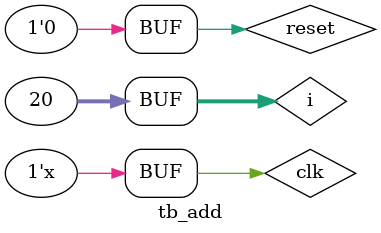
<source format=v>


// add $4, $1, $1
// 0000 100 001 001 0 00 => 0848

// add $6, $7, $7
// 0000 110 111 111 0 00 => 0df8

// add $7, $7, $7
// 0000 111 111 111 0 00 => 0ff8

// Machine code
// 02a0
// 0848
// 0df8
// 0ff8

// -------------------------------------------------- //
// load ra, rb, imm

// load $1, $2, 1
// 1010 001 010 000001 => a281

// load $2, $1, 20
// 1010 010 001 010100 => a454

// ---------------------------------------------------- //

// store $6, $1, 12
// 1001 110 001 001100 => 9c4c

// store $7, $7, 10
// 1001 111 111 001010 => 9fca

// Machine code
// a28a
// a454
// 0df8
// 0ff8


module tb_add;
    reg clk, reset;
    wire [15:0] writedata, readdata, instr, result, aluout, srca, srcb;
    wire[1:0] state;
    wire memwrite, regwrite, zero, carry;

    multi_cycle main(clk, reset, writedata,readdata, memwrite, regwrite, instr, srca,srcb, result, aluout, state, zero, carry);

    initial
    begin
        reset <= 1;
        #10;
        reset <= 0;
    end
    integer i;
    initial
    begin
        clk <= 0;
        for (i = 0; i < 20; i = i + 1)
        begin
            #10 clk <= ~clk;
        end
    end

    always @ (posedge clk)
        begin
            $display("Instruction: %h, state=%h", instr, state);
            $display("Now: time=%0d, srca=%0d, srcb=%0d, aluout=%0d, result=%0d, mem_write=%0d, regwrite=%0d, write_data=%0d, read_data=%0d, zero=%b, carry=%b\n",$time, srca, srcb, aluout, result, memwrite, regwrite, writedata, readdata, zero, carry);
        end
endmodule
</source>
